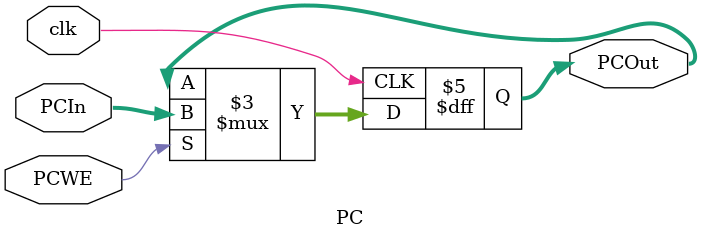
<source format=v>
`timescale 1ns / 1ps
module PC(
    input clk,
    input PCWE, // Program Counter Write Enable
    input [31:0] PCIn,
    output reg [31:0] PCOut
    );
    
    initial begin // Initial PC to 0 on startup
        PCOut = 500;
    end
    
    always@(posedge clk) begin
        if (PCWE) begin
            PCOut <= PCIn; // Assign next PC
        end
    end 
endmodule

</source>
